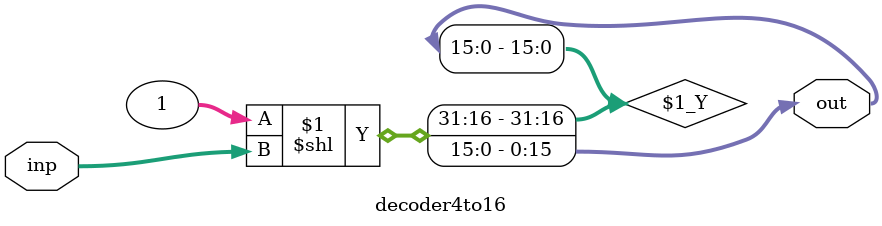
<source format=v>
`timescale 1ns / 1ps


module decoder4to16(
    input [0:3] inp,
    output [0:15] out
    );
    assign out = 1 << inp;
endmodule

</source>
